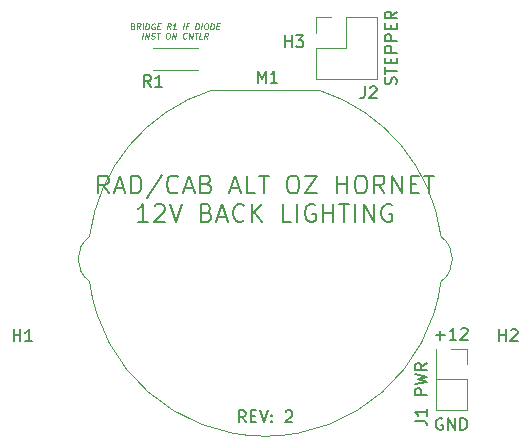
<source format=gbr>
%TF.GenerationSoftware,KiCad,Pcbnew,(6.0.11-0)*%
%TF.CreationDate,2023-11-06T17:50:52+10:00*%
%TF.ProjectId,GAUGE_Analog Instruments-12v,47415547-455f-4416-9e61-6c6f6720496e,rev?*%
%TF.SameCoordinates,Original*%
%TF.FileFunction,Legend,Top*%
%TF.FilePolarity,Positive*%
%FSLAX46Y46*%
G04 Gerber Fmt 4.6, Leading zero omitted, Abs format (unit mm)*
G04 Created by KiCad (PCBNEW (6.0.11-0)) date 2023-11-06 17:50:52*
%MOMM*%
%LPD*%
G01*
G04 APERTURE LIST*
%ADD10C,0.150000*%
%ADD11C,0.200000*%
%ADD12C,0.100000*%
%ADD13C,0.120000*%
G04 APERTURE END LIST*
D10*
X178271099Y-110686954D02*
X177937766Y-110210764D01*
X177699670Y-110686954D02*
X177699670Y-109686954D01*
X178080623Y-109686954D01*
X178175861Y-109734574D01*
X178223480Y-109782193D01*
X178271099Y-109877431D01*
X178271099Y-110020288D01*
X178223480Y-110115526D01*
X178175861Y-110163145D01*
X178080623Y-110210764D01*
X177699670Y-110210764D01*
X178699670Y-110163145D02*
X179033004Y-110163145D01*
X179175861Y-110686954D02*
X178699670Y-110686954D01*
X178699670Y-109686954D01*
X179175861Y-109686954D01*
X179461575Y-109686954D02*
X179794908Y-110686954D01*
X180128242Y-109686954D01*
X180461575Y-110591716D02*
X180509194Y-110639335D01*
X180461575Y-110686954D01*
X180413956Y-110639335D01*
X180461575Y-110591716D01*
X180461575Y-110686954D01*
X180461575Y-110067907D02*
X180509194Y-110115526D01*
X180461575Y-110163145D01*
X180413956Y-110115526D01*
X180461575Y-110067907D01*
X180461575Y-110163145D01*
X181652051Y-109782193D02*
X181699670Y-109734574D01*
X181794908Y-109686954D01*
X182033004Y-109686954D01*
X182128242Y-109734574D01*
X182175861Y-109782193D01*
X182223480Y-109877431D01*
X182223480Y-109972669D01*
X182175861Y-110115526D01*
X181604432Y-110686954D01*
X182223480Y-110686954D01*
X194928610Y-110369574D02*
X194833372Y-110321954D01*
X194690515Y-110321954D01*
X194547657Y-110369574D01*
X194452419Y-110464812D01*
X194404800Y-110560050D01*
X194357181Y-110750526D01*
X194357181Y-110893383D01*
X194404800Y-111083859D01*
X194452419Y-111179097D01*
X194547657Y-111274335D01*
X194690515Y-111321954D01*
X194785753Y-111321954D01*
X194928610Y-111274335D01*
X194976229Y-111226716D01*
X194976229Y-110893383D01*
X194785753Y-110893383D01*
X195404800Y-111321954D02*
X195404800Y-110321954D01*
X195976229Y-111321954D01*
X195976229Y-110321954D01*
X196452419Y-111321954D02*
X196452419Y-110321954D01*
X196690515Y-110321954D01*
X196833372Y-110369574D01*
X196928610Y-110464812D01*
X196976229Y-110560050D01*
X197023848Y-110750526D01*
X197023848Y-110893383D01*
X196976229Y-111083859D01*
X196928610Y-111179097D01*
X196833372Y-111274335D01*
X196690515Y-111321954D01*
X196452419Y-111321954D01*
D11*
X166665514Y-91305645D02*
X166165514Y-90591359D01*
X165808372Y-91305645D02*
X165808372Y-89805645D01*
X166379800Y-89805645D01*
X166522657Y-89877074D01*
X166594086Y-89948502D01*
X166665514Y-90091359D01*
X166665514Y-90305645D01*
X166594086Y-90448502D01*
X166522657Y-90519931D01*
X166379800Y-90591359D01*
X165808372Y-90591359D01*
X167236943Y-90877074D02*
X167951229Y-90877074D01*
X167094086Y-91305645D02*
X167594086Y-89805645D01*
X168094086Y-91305645D01*
X168594086Y-91305645D02*
X168594086Y-89805645D01*
X168951229Y-89805645D01*
X169165514Y-89877074D01*
X169308372Y-90019931D01*
X169379800Y-90162788D01*
X169451229Y-90448502D01*
X169451229Y-90662788D01*
X169379800Y-90948502D01*
X169308372Y-91091359D01*
X169165514Y-91234216D01*
X168951229Y-91305645D01*
X168594086Y-91305645D01*
X171165514Y-89734216D02*
X169879800Y-91662788D01*
X172522657Y-91162788D02*
X172451229Y-91234216D01*
X172236943Y-91305645D01*
X172094086Y-91305645D01*
X171879800Y-91234216D01*
X171736943Y-91091359D01*
X171665514Y-90948502D01*
X171594086Y-90662788D01*
X171594086Y-90448502D01*
X171665514Y-90162788D01*
X171736943Y-90019931D01*
X171879800Y-89877074D01*
X172094086Y-89805645D01*
X172236943Y-89805645D01*
X172451229Y-89877074D01*
X172522657Y-89948502D01*
X173094086Y-90877074D02*
X173808372Y-90877074D01*
X172951229Y-91305645D02*
X173451229Y-89805645D01*
X173951229Y-91305645D01*
X174951229Y-90519931D02*
X175165514Y-90591359D01*
X175236943Y-90662788D01*
X175308372Y-90805645D01*
X175308372Y-91019931D01*
X175236943Y-91162788D01*
X175165514Y-91234216D01*
X175022657Y-91305645D01*
X174451229Y-91305645D01*
X174451229Y-89805645D01*
X174951229Y-89805645D01*
X175094086Y-89877074D01*
X175165514Y-89948502D01*
X175236943Y-90091359D01*
X175236943Y-90234216D01*
X175165514Y-90377074D01*
X175094086Y-90448502D01*
X174951229Y-90519931D01*
X174451229Y-90519931D01*
X177022657Y-90877074D02*
X177736943Y-90877074D01*
X176879800Y-91305645D02*
X177379800Y-89805645D01*
X177879800Y-91305645D01*
X179094086Y-91305645D02*
X178379800Y-91305645D01*
X178379800Y-89805645D01*
X179379800Y-89805645D02*
X180236943Y-89805645D01*
X179808372Y-91305645D02*
X179808372Y-89805645D01*
X182165514Y-89805645D02*
X182451229Y-89805645D01*
X182594086Y-89877074D01*
X182736943Y-90019931D01*
X182808372Y-90305645D01*
X182808372Y-90805645D01*
X182736943Y-91091359D01*
X182594086Y-91234216D01*
X182451229Y-91305645D01*
X182165514Y-91305645D01*
X182022657Y-91234216D01*
X181879800Y-91091359D01*
X181808372Y-90805645D01*
X181808372Y-90305645D01*
X181879800Y-90019931D01*
X182022657Y-89877074D01*
X182165514Y-89805645D01*
X183308372Y-89805645D02*
X184308372Y-89805645D01*
X183308372Y-91305645D01*
X184308372Y-91305645D01*
X186022657Y-91305645D02*
X186022657Y-89805645D01*
X186022657Y-90519931D02*
X186879800Y-90519931D01*
X186879800Y-91305645D02*
X186879800Y-89805645D01*
X187879800Y-89805645D02*
X188165514Y-89805645D01*
X188308372Y-89877074D01*
X188451229Y-90019931D01*
X188522657Y-90305645D01*
X188522657Y-90805645D01*
X188451229Y-91091359D01*
X188308372Y-91234216D01*
X188165514Y-91305645D01*
X187879800Y-91305645D01*
X187736943Y-91234216D01*
X187594086Y-91091359D01*
X187522657Y-90805645D01*
X187522657Y-90305645D01*
X187594086Y-90019931D01*
X187736943Y-89877074D01*
X187879800Y-89805645D01*
X190022657Y-91305645D02*
X189522657Y-90591359D01*
X189165514Y-91305645D02*
X189165514Y-89805645D01*
X189736943Y-89805645D01*
X189879800Y-89877074D01*
X189951229Y-89948502D01*
X190022657Y-90091359D01*
X190022657Y-90305645D01*
X189951229Y-90448502D01*
X189879800Y-90519931D01*
X189736943Y-90591359D01*
X189165514Y-90591359D01*
X190665514Y-91305645D02*
X190665514Y-89805645D01*
X191522657Y-91305645D01*
X191522657Y-89805645D01*
X192236943Y-90519931D02*
X192736943Y-90519931D01*
X192951229Y-91305645D02*
X192236943Y-91305645D01*
X192236943Y-89805645D01*
X192951229Y-89805645D01*
X193379800Y-89805645D02*
X194236943Y-89805645D01*
X193808372Y-91305645D02*
X193808372Y-89805645D01*
X169986943Y-93720645D02*
X169129800Y-93720645D01*
X169558372Y-93720645D02*
X169558372Y-92220645D01*
X169415515Y-92434931D01*
X169272657Y-92577788D01*
X169129800Y-92649216D01*
X170558372Y-92363502D02*
X170629800Y-92292074D01*
X170772657Y-92220645D01*
X171129800Y-92220645D01*
X171272657Y-92292074D01*
X171344086Y-92363502D01*
X171415515Y-92506359D01*
X171415515Y-92649216D01*
X171344086Y-92863502D01*
X170486943Y-93720645D01*
X171415515Y-93720645D01*
X171844086Y-92220645D02*
X172344086Y-93720645D01*
X172844086Y-92220645D01*
X174986943Y-92934931D02*
X175201229Y-93006359D01*
X175272657Y-93077788D01*
X175344086Y-93220645D01*
X175344086Y-93434931D01*
X175272657Y-93577788D01*
X175201229Y-93649216D01*
X175058372Y-93720645D01*
X174486943Y-93720645D01*
X174486943Y-92220645D01*
X174986943Y-92220645D01*
X175129800Y-92292074D01*
X175201229Y-92363502D01*
X175272657Y-92506359D01*
X175272657Y-92649216D01*
X175201229Y-92792074D01*
X175129800Y-92863502D01*
X174986943Y-92934931D01*
X174486943Y-92934931D01*
X175915515Y-93292074D02*
X176629800Y-93292074D01*
X175772657Y-93720645D02*
X176272657Y-92220645D01*
X176772657Y-93720645D01*
X178129800Y-93577788D02*
X178058372Y-93649216D01*
X177844086Y-93720645D01*
X177701229Y-93720645D01*
X177486943Y-93649216D01*
X177344086Y-93506359D01*
X177272657Y-93363502D01*
X177201229Y-93077788D01*
X177201229Y-92863502D01*
X177272657Y-92577788D01*
X177344086Y-92434931D01*
X177486943Y-92292074D01*
X177701229Y-92220645D01*
X177844086Y-92220645D01*
X178058372Y-92292074D01*
X178129800Y-92363502D01*
X178772657Y-93720645D02*
X178772657Y-92220645D01*
X179629800Y-93720645D02*
X178986943Y-92863502D01*
X179629800Y-92220645D02*
X178772657Y-93077788D01*
X182129800Y-93720645D02*
X181415515Y-93720645D01*
X181415515Y-92220645D01*
X182629800Y-93720645D02*
X182629800Y-92220645D01*
X184129800Y-92292074D02*
X183986943Y-92220645D01*
X183772657Y-92220645D01*
X183558372Y-92292074D01*
X183415515Y-92434931D01*
X183344086Y-92577788D01*
X183272657Y-92863502D01*
X183272657Y-93077788D01*
X183344086Y-93363502D01*
X183415515Y-93506359D01*
X183558372Y-93649216D01*
X183772657Y-93720645D01*
X183915515Y-93720645D01*
X184129800Y-93649216D01*
X184201229Y-93577788D01*
X184201229Y-93077788D01*
X183915515Y-93077788D01*
X184844086Y-93720645D02*
X184844086Y-92220645D01*
X184844086Y-92934931D02*
X185701229Y-92934931D01*
X185701229Y-93720645D02*
X185701229Y-92220645D01*
X186201229Y-92220645D02*
X187058372Y-92220645D01*
X186629800Y-93720645D02*
X186629800Y-92220645D01*
X187558372Y-93720645D02*
X187558372Y-92220645D01*
X188272657Y-93720645D02*
X188272657Y-92220645D01*
X189129800Y-93720645D01*
X189129800Y-92220645D01*
X190629800Y-92292074D02*
X190486943Y-92220645D01*
X190272657Y-92220645D01*
X190058372Y-92292074D01*
X189915515Y-92434931D01*
X189844086Y-92577788D01*
X189772657Y-92863502D01*
X189772657Y-93077788D01*
X189844086Y-93363502D01*
X189915515Y-93506359D01*
X190058372Y-93649216D01*
X190272657Y-93720645D01*
X190415515Y-93720645D01*
X190629800Y-93649216D01*
X190701229Y-93577788D01*
X190701229Y-93077788D01*
X190415515Y-93077788D01*
D10*
X194357181Y-103321002D02*
X195119086Y-103321002D01*
X194738134Y-103701954D02*
X194738134Y-102940050D01*
X196119086Y-103701954D02*
X195547657Y-103701954D01*
X195833372Y-103701954D02*
X195833372Y-102701954D01*
X195738134Y-102844812D01*
X195642895Y-102940050D01*
X195547657Y-102987669D01*
X196500038Y-102797193D02*
X196547657Y-102749574D01*
X196642895Y-102701954D01*
X196880991Y-102701954D01*
X196976229Y-102749574D01*
X197023848Y-102797193D01*
X197071467Y-102892431D01*
X197071467Y-102987669D01*
X197023848Y-103130526D01*
X196452419Y-103701954D01*
X197071467Y-103701954D01*
D12*
X168741392Y-77146359D02*
X168809845Y-77170169D01*
X168830678Y-77193978D01*
X168848535Y-77241597D01*
X168839607Y-77313026D01*
X168809845Y-77360645D01*
X168783059Y-77384454D01*
X168732464Y-77408264D01*
X168541988Y-77408264D01*
X168604488Y-76908264D01*
X168771154Y-76908264D01*
X168815797Y-76932074D01*
X168836631Y-76955883D01*
X168854488Y-77003502D01*
X168848535Y-77051121D01*
X168818773Y-77098740D01*
X168791988Y-77122550D01*
X168741392Y-77146359D01*
X168574726Y-77146359D01*
X169327702Y-77408264D02*
X169190797Y-77170169D01*
X169041988Y-77408264D02*
X169104488Y-76908264D01*
X169294964Y-76908264D01*
X169339607Y-76932074D01*
X169360440Y-76955883D01*
X169378297Y-77003502D01*
X169369369Y-77074931D01*
X169339607Y-77122550D01*
X169312821Y-77146359D01*
X169262226Y-77170169D01*
X169071750Y-77170169D01*
X169541988Y-77408264D02*
X169604488Y-76908264D01*
X169780083Y-77408264D02*
X169842583Y-76908264D01*
X169961631Y-76908264D01*
X170030083Y-76932074D01*
X170071750Y-76979693D01*
X170089607Y-77027312D01*
X170101512Y-77122550D01*
X170092583Y-77193978D01*
X170056869Y-77289216D01*
X170027107Y-77336835D01*
X169973535Y-77384454D01*
X169899131Y-77408264D01*
X169780083Y-77408264D01*
X170601512Y-76932074D02*
X170556869Y-76908264D01*
X170485440Y-76908264D01*
X170411035Y-76932074D01*
X170357464Y-76979693D01*
X170327702Y-77027312D01*
X170291988Y-77122550D01*
X170283059Y-77193978D01*
X170294964Y-77289216D01*
X170312821Y-77336835D01*
X170354488Y-77384454D01*
X170422940Y-77408264D01*
X170470559Y-77408264D01*
X170544964Y-77384454D01*
X170571750Y-77360645D01*
X170592583Y-77193978D01*
X170497345Y-77193978D01*
X170812821Y-77146359D02*
X170979488Y-77146359D01*
X171018178Y-77408264D02*
X170780083Y-77408264D01*
X170842583Y-76908264D01*
X171080678Y-76908264D01*
X171899131Y-77408264D02*
X171762226Y-77170169D01*
X171613416Y-77408264D02*
X171675916Y-76908264D01*
X171866392Y-76908264D01*
X171911035Y-76932074D01*
X171931869Y-76955883D01*
X171949726Y-77003502D01*
X171940797Y-77074931D01*
X171911035Y-77122550D01*
X171884250Y-77146359D01*
X171833654Y-77170169D01*
X171643178Y-77170169D01*
X172375321Y-77408264D02*
X172089607Y-77408264D01*
X172232464Y-77408264D02*
X172294964Y-76908264D01*
X172238416Y-76979693D01*
X172184845Y-77027312D01*
X172134250Y-77051121D01*
X172970559Y-77408264D02*
X173033059Y-76908264D01*
X173408059Y-77146359D02*
X173241392Y-77146359D01*
X173208654Y-77408264D02*
X173271154Y-76908264D01*
X173509250Y-76908264D01*
X174018178Y-77408264D02*
X174080678Y-76908264D01*
X174199726Y-76908264D01*
X174268178Y-76932074D01*
X174309845Y-76979693D01*
X174327702Y-77027312D01*
X174339607Y-77122550D01*
X174330678Y-77193978D01*
X174294964Y-77289216D01*
X174265202Y-77336835D01*
X174211631Y-77384454D01*
X174137226Y-77408264D01*
X174018178Y-77408264D01*
X174518178Y-77408264D02*
X174580678Y-76908264D01*
X174914012Y-76908264D02*
X175009250Y-76908264D01*
X175053892Y-76932074D01*
X175095559Y-76979693D01*
X175107464Y-77074931D01*
X175086631Y-77241597D01*
X175050916Y-77336835D01*
X174997345Y-77384454D01*
X174946750Y-77408264D01*
X174851512Y-77408264D01*
X174806869Y-77384454D01*
X174765202Y-77336835D01*
X174753297Y-77241597D01*
X174774131Y-77074931D01*
X174809845Y-76979693D01*
X174863416Y-76932074D01*
X174914012Y-76908264D01*
X175280083Y-77408264D02*
X175342583Y-76908264D01*
X175461631Y-76908264D01*
X175530083Y-76932074D01*
X175571750Y-76979693D01*
X175589607Y-77027312D01*
X175601512Y-77122550D01*
X175592583Y-77193978D01*
X175556869Y-77289216D01*
X175527107Y-77336835D01*
X175473535Y-77384454D01*
X175399131Y-77408264D01*
X175280083Y-77408264D01*
X175812821Y-77146359D02*
X175979488Y-77146359D01*
X176018178Y-77408264D02*
X175780083Y-77408264D01*
X175842583Y-76908264D01*
X176080678Y-76908264D01*
X169518178Y-78213264D02*
X169580678Y-77713264D01*
X169756273Y-78213264D02*
X169818773Y-77713264D01*
X170041988Y-78213264D01*
X170104488Y-77713264D01*
X170259250Y-78189454D02*
X170327702Y-78213264D01*
X170446750Y-78213264D01*
X170497345Y-78189454D01*
X170524131Y-78165645D01*
X170553892Y-78118026D01*
X170559845Y-78070407D01*
X170541988Y-78022788D01*
X170521154Y-77998978D01*
X170476512Y-77975169D01*
X170384250Y-77951359D01*
X170339607Y-77927550D01*
X170318773Y-77903740D01*
X170300916Y-77856121D01*
X170306869Y-77808502D01*
X170336631Y-77760883D01*
X170363416Y-77737074D01*
X170414012Y-77713264D01*
X170533059Y-77713264D01*
X170601512Y-77737074D01*
X170747345Y-77713264D02*
X171033059Y-77713264D01*
X170827702Y-78213264D02*
X170890202Y-77713264D01*
X171675916Y-77713264D02*
X171771154Y-77713264D01*
X171815797Y-77737074D01*
X171857464Y-77784693D01*
X171869369Y-77879931D01*
X171848535Y-78046597D01*
X171812821Y-78141835D01*
X171759250Y-78189454D01*
X171708654Y-78213264D01*
X171613416Y-78213264D01*
X171568773Y-78189454D01*
X171527107Y-78141835D01*
X171515202Y-78046597D01*
X171536035Y-77879931D01*
X171571750Y-77784693D01*
X171625321Y-77737074D01*
X171675916Y-77713264D01*
X172041988Y-78213264D02*
X172104488Y-77713264D01*
X172327702Y-78213264D01*
X172390202Y-77713264D01*
X173238416Y-78165645D02*
X173211631Y-78189454D01*
X173137226Y-78213264D01*
X173089607Y-78213264D01*
X173021154Y-78189454D01*
X172979488Y-78141835D01*
X172961631Y-78094216D01*
X172949726Y-77998978D01*
X172958654Y-77927550D01*
X172994369Y-77832312D01*
X173024131Y-77784693D01*
X173077702Y-77737074D01*
X173152107Y-77713264D01*
X173199726Y-77713264D01*
X173268178Y-77737074D01*
X173289012Y-77760883D01*
X173446750Y-78213264D02*
X173509250Y-77713264D01*
X173732464Y-78213264D01*
X173794964Y-77713264D01*
X173961631Y-77713264D02*
X174247345Y-77713264D01*
X174041988Y-78213264D02*
X174104488Y-77713264D01*
X174589607Y-78213264D02*
X174351512Y-78213264D01*
X174414012Y-77713264D01*
X175041988Y-78213264D02*
X174905083Y-77975169D01*
X174756273Y-78213264D02*
X174818773Y-77713264D01*
X175009250Y-77713264D01*
X175053892Y-77737074D01*
X175074726Y-77760883D01*
X175092583Y-77808502D01*
X175083654Y-77879931D01*
X175053892Y-77927550D01*
X175027107Y-77951359D01*
X174976512Y-77975169D01*
X174786035Y-77975169D01*
D10*
%TO.C,H3*%
X181593644Y-78936980D02*
X181593644Y-77936980D01*
X181593644Y-78413171D02*
X182165072Y-78413171D01*
X182165072Y-78936980D02*
X182165072Y-77936980D01*
X182546025Y-77936980D02*
X183165072Y-77936980D01*
X182831739Y-78317933D01*
X182974596Y-78317933D01*
X183069834Y-78365552D01*
X183117453Y-78413171D01*
X183165072Y-78508409D01*
X183165072Y-78746504D01*
X183117453Y-78841742D01*
X183069834Y-78889361D01*
X182974596Y-78936980D01*
X182688882Y-78936980D01*
X182593644Y-78889361D01*
X182546025Y-78841742D01*
%TO.C,M1*%
X179293276Y-81920380D02*
X179293276Y-80920380D01*
X179626609Y-81634666D01*
X179959942Y-80920380D01*
X179959942Y-81920380D01*
X180959942Y-81920380D02*
X180388514Y-81920380D01*
X180674228Y-81920380D02*
X180674228Y-80920380D01*
X180578990Y-81063238D01*
X180483752Y-81158476D01*
X180388514Y-81206095D01*
%TO.C,H1*%
X158622395Y-103820380D02*
X158622395Y-102820380D01*
X158622395Y-103296571D02*
X159193823Y-103296571D01*
X159193823Y-103820380D02*
X159193823Y-102820380D01*
X160193823Y-103820380D02*
X159622395Y-103820380D01*
X159908109Y-103820380D02*
X159908109Y-102820380D01*
X159812871Y-102963238D01*
X159717633Y-103058476D01*
X159622395Y-103106095D01*
%TO.C,H2*%
X199729395Y-103820380D02*
X199729395Y-102820380D01*
X199729395Y-103296571D02*
X200300823Y-103296571D01*
X200300823Y-103820380D02*
X200300823Y-102820380D01*
X200729395Y-102915619D02*
X200777014Y-102868000D01*
X200872252Y-102820380D01*
X201110347Y-102820380D01*
X201205585Y-102868000D01*
X201253204Y-102915619D01*
X201300823Y-103010857D01*
X201300823Y-103106095D01*
X201253204Y-103248952D01*
X200681776Y-103820380D01*
X201300823Y-103820380D01*
%TO.C,J2*%
X188372166Y-82249980D02*
X188372166Y-82964266D01*
X188324547Y-83107123D01*
X188229309Y-83202361D01*
X188086452Y-83249980D01*
X187991214Y-83249980D01*
X188800738Y-82345219D02*
X188848357Y-82297600D01*
X188943595Y-82249980D01*
X189181690Y-82249980D01*
X189276928Y-82297600D01*
X189324547Y-82345219D01*
X189372166Y-82440457D01*
X189372166Y-82535695D01*
X189324547Y-82678552D01*
X188753119Y-83249980D01*
X189372166Y-83249980D01*
X191015261Y-82059028D02*
X191062880Y-81916171D01*
X191062880Y-81678076D01*
X191015261Y-81582838D01*
X190967642Y-81535219D01*
X190872404Y-81487600D01*
X190777166Y-81487600D01*
X190681928Y-81535219D01*
X190634309Y-81582838D01*
X190586690Y-81678076D01*
X190539071Y-81868552D01*
X190491452Y-81963790D01*
X190443833Y-82011409D01*
X190348595Y-82059028D01*
X190253357Y-82059028D01*
X190158119Y-82011409D01*
X190110500Y-81963790D01*
X190062880Y-81868552D01*
X190062880Y-81630457D01*
X190110500Y-81487600D01*
X190062880Y-81201885D02*
X190062880Y-80630457D01*
X191062880Y-80916171D02*
X190062880Y-80916171D01*
X190539071Y-80297123D02*
X190539071Y-79963790D01*
X191062880Y-79820933D02*
X191062880Y-80297123D01*
X190062880Y-80297123D01*
X190062880Y-79820933D01*
X191062880Y-79392361D02*
X190062880Y-79392361D01*
X190062880Y-79011409D01*
X190110500Y-78916171D01*
X190158119Y-78868552D01*
X190253357Y-78820933D01*
X190396214Y-78820933D01*
X190491452Y-78868552D01*
X190539071Y-78916171D01*
X190586690Y-79011409D01*
X190586690Y-79392361D01*
X191062880Y-78392361D02*
X190062880Y-78392361D01*
X190062880Y-78011409D01*
X190110500Y-77916171D01*
X190158119Y-77868552D01*
X190253357Y-77820933D01*
X190396214Y-77820933D01*
X190491452Y-77868552D01*
X190539071Y-77916171D01*
X190586690Y-78011409D01*
X190586690Y-78392361D01*
X190539071Y-77392361D02*
X190539071Y-77059028D01*
X191062880Y-76916171D02*
X191062880Y-77392361D01*
X190062880Y-77392361D01*
X190062880Y-76916171D01*
X191062880Y-75916171D02*
X190586690Y-76249504D01*
X191062880Y-76487600D02*
X190062880Y-76487600D01*
X190062880Y-76106647D01*
X190110500Y-76011409D01*
X190158119Y-75963790D01*
X190253357Y-75916171D01*
X190396214Y-75916171D01*
X190491452Y-75963790D01*
X190539071Y-76011409D01*
X190586690Y-76106647D01*
X190586690Y-76487600D01*
%TO.C,J1*%
X192602880Y-110567933D02*
X193317166Y-110567933D01*
X193460023Y-110615552D01*
X193555261Y-110710790D01*
X193602880Y-110853647D01*
X193602880Y-110948885D01*
X193602880Y-109567933D02*
X193602880Y-110139361D01*
X193602880Y-109853647D02*
X192602880Y-109853647D01*
X192745738Y-109948885D01*
X192840976Y-110044123D01*
X192888595Y-110139361D01*
X193602880Y-108392933D02*
X192602880Y-108392933D01*
X192602880Y-108011980D01*
X192650500Y-107916742D01*
X192698119Y-107869123D01*
X192793357Y-107821504D01*
X192936214Y-107821504D01*
X193031452Y-107869123D01*
X193079071Y-107916742D01*
X193126690Y-108011980D01*
X193126690Y-108392933D01*
X192602880Y-107488171D02*
X193602880Y-107250076D01*
X192888595Y-107059600D01*
X193602880Y-106869123D01*
X192602880Y-106631028D01*
X193602880Y-105678647D02*
X193126690Y-106011980D01*
X193602880Y-106250076D02*
X192602880Y-106250076D01*
X192602880Y-105869123D01*
X192650500Y-105773885D01*
X192698119Y-105726266D01*
X192793357Y-105678647D01*
X192936214Y-105678647D01*
X193031452Y-105726266D01*
X193079071Y-105773885D01*
X193126690Y-105869123D01*
X193126690Y-106250076D01*
%TO.C,R1*%
X170248833Y-82286980D02*
X169915500Y-81810790D01*
X169677404Y-82286980D02*
X169677404Y-81286980D01*
X170058357Y-81286980D01*
X170153595Y-81334600D01*
X170201214Y-81382219D01*
X170248833Y-81477457D01*
X170248833Y-81620314D01*
X170201214Y-81715552D01*
X170153595Y-81763171D01*
X170058357Y-81810790D01*
X169677404Y-81810790D01*
X171201214Y-82286980D02*
X170629785Y-82286980D01*
X170915500Y-82286980D02*
X170915500Y-81286980D01*
X170820261Y-81429838D01*
X170725023Y-81525076D01*
X170629785Y-81572695D01*
D12*
%TO.C,M1*%
X175409004Y-82568000D02*
X184466596Y-82568000D01*
X194816596Y-94964997D02*
G75*
G03*
X184476198Y-82571045I-14878797J-1903004D01*
G01*
X165059004Y-94964997D02*
G75*
G03*
X165060646Y-98772192I1378795J-1903003D01*
G01*
X165059004Y-98771003D02*
G75*
G03*
X194815836Y-98776935I14878796J1903003D01*
G01*
X175409004Y-82568000D02*
G75*
G03*
X165060286Y-94955006I4528794J-14299998D01*
G01*
X194816596Y-98771003D02*
G75*
G03*
X194814954Y-94963808I-1378796J1903003D01*
G01*
D13*
%TO.C,J2*%
X184200500Y-78987600D02*
X184200500Y-81587600D01*
X184200500Y-76387600D02*
X185530500Y-76387600D01*
X184200500Y-77717600D02*
X184200500Y-76387600D01*
X186800500Y-76387600D02*
X189400500Y-76387600D01*
X184200500Y-78987600D02*
X186800500Y-78987600D01*
X184200500Y-81587600D02*
X189400500Y-81587600D01*
X186800500Y-78987600D02*
X186800500Y-76387600D01*
X189400500Y-76387600D02*
X189400500Y-81587600D01*
%TO.C,J1*%
X197020500Y-107059600D02*
X197020500Y-109659600D01*
X194360500Y-104459600D02*
X194360500Y-109659600D01*
X194420500Y-104459600D02*
X194360500Y-104459600D01*
X195690500Y-104459600D02*
X197020500Y-104459600D01*
X194420500Y-104459600D02*
X194420500Y-107059600D01*
X197020500Y-109659600D02*
X194360500Y-109659600D01*
X197020500Y-104459600D02*
X197020500Y-105789600D01*
X194420500Y-107059600D02*
X197020500Y-107059600D01*
%TO.C,R1*%
X170395500Y-79014600D02*
X174235500Y-79014600D01*
X170395500Y-80854600D02*
X174235500Y-80854600D01*
%TD*%
M02*

</source>
